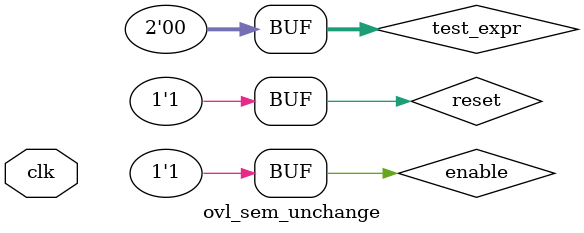
<source format=sv>
module ovl_sem_unchange(input logic clk);
  logic reset = 1'b1;
  logic enable = 1'b1;
  logic [1:0] test_expr = 2'b00;
  logic [1:0] cycles = 2'd0;
  logic start_event;

  assign start_event = (cycles == 2'd1);

  always_ff @(posedge clk) begin
    cycles <= cycles + 2'd1;
`ifdef FAIL
    if (cycles == 2'd1)
      test_expr <= 2'b01;
`endif
  end

  ovl_unchange #(
      .width(2),
      .num_cks(2)) dut (
      .clock(clk),
      .reset(reset),
      .enable(enable),
      .start_event(start_event),
      .test_expr(test_expr),
      .fire());
endmodule

</source>
